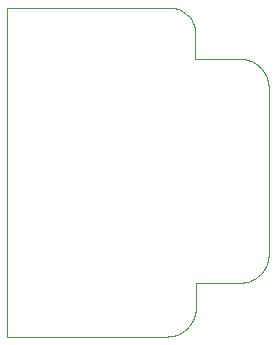
<source format=gtp>
G75*
G70*
%OFA0B0*%
%FSLAX24Y24*%
%IPPOS*%
%LPD*%
%AMOC8*
5,1,8,0,0,1.08239X$1,22.5*
%
%ADD10C,0.0000*%
D10*
X014712Y012689D02*
X014712Y014461D01*
X014716Y014461D01*
X014716Y021941D01*
X014711Y021926D01*
X014711Y023658D01*
X020059Y023657D01*
X020058Y023657D02*
X020115Y023661D01*
X020172Y023660D01*
X020229Y023656D01*
X020285Y023648D01*
X020341Y023637D01*
X020396Y023622D01*
X020450Y023603D01*
X020502Y023581D01*
X020553Y023555D01*
X020602Y023526D01*
X020649Y023494D01*
X020694Y023459D01*
X020736Y023421D01*
X020776Y023381D01*
X020814Y023338D01*
X020848Y023292D01*
X020879Y023245D01*
X020907Y023195D01*
X020932Y023144D01*
X020954Y023091D01*
X020971Y023037D01*
X020986Y022982D01*
X020996Y022926D01*
X021003Y022870D01*
X021003Y021953D01*
X022464Y021961D01*
X022526Y021959D01*
X022587Y021953D01*
X022648Y021944D01*
X022709Y021930D01*
X022768Y021913D01*
X022826Y021892D01*
X022883Y021867D01*
X022938Y021839D01*
X022991Y021808D01*
X023042Y021773D01*
X023091Y021735D01*
X023138Y021694D01*
X023181Y021651D01*
X023222Y021604D01*
X023260Y021555D01*
X023295Y021504D01*
X023326Y021451D01*
X023354Y021396D01*
X023379Y021339D01*
X023400Y021281D01*
X023417Y021222D01*
X023431Y021161D01*
X023440Y021100D01*
X023446Y021039D01*
X023448Y020977D01*
X023448Y015446D01*
X023449Y015446D02*
X023447Y015385D01*
X023441Y015325D01*
X023432Y015265D01*
X023419Y015206D01*
X023402Y015148D01*
X023381Y015091D01*
X023357Y015035D01*
X023330Y014981D01*
X023299Y014929D01*
X023265Y014879D01*
X023228Y014831D01*
X023187Y014785D01*
X023145Y014743D01*
X023099Y014702D01*
X023051Y014665D01*
X023001Y014631D01*
X022949Y014600D01*
X022895Y014573D01*
X022839Y014549D01*
X022782Y014528D01*
X022724Y014511D01*
X022665Y014498D01*
X022605Y014489D01*
X022545Y014483D01*
X022484Y014481D01*
X021019Y014472D01*
X021019Y013661D01*
X021020Y013661D02*
X021018Y013600D01*
X021012Y013540D01*
X021003Y013480D01*
X020990Y013421D01*
X020973Y013363D01*
X020952Y013306D01*
X020928Y013250D01*
X020901Y013196D01*
X020870Y013144D01*
X020836Y013094D01*
X020799Y013046D01*
X020758Y013000D01*
X020716Y012958D01*
X020670Y012917D01*
X020622Y012880D01*
X020572Y012846D01*
X020520Y012815D01*
X020466Y012788D01*
X020410Y012764D01*
X020353Y012743D01*
X020295Y012726D01*
X020236Y012713D01*
X020176Y012704D01*
X020116Y012698D01*
X020055Y012696D01*
X020055Y012697D02*
X014712Y012689D01*
M02*

</source>
